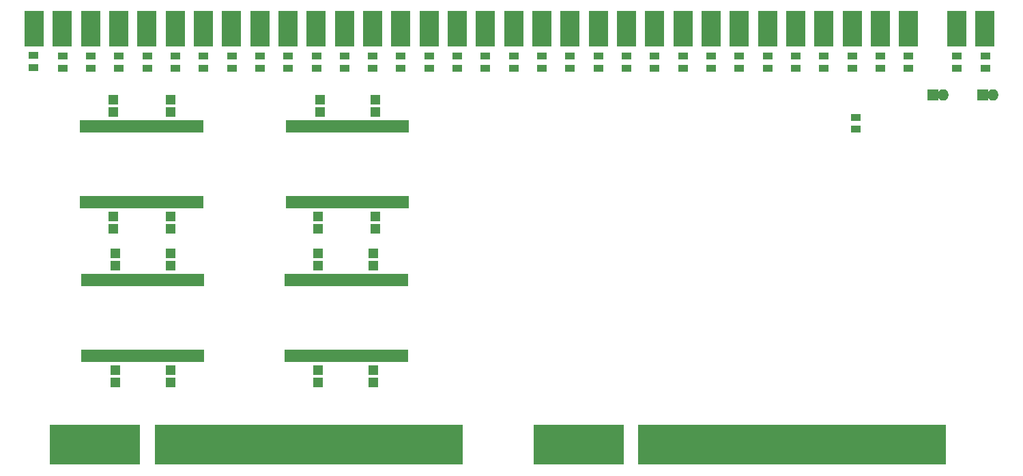
<source format=gts>
G04 #@! TF.GenerationSoftware,KiCad,Pcbnew,(2018-02-14 revision 6afdf1cf8)-makepkg*
G04 #@! TF.CreationDate,2018-05-17T19:59:26-07:00*
G04 #@! TF.ProjectId,register-card,72656769737465722D636172642E6B69,rev?*
G04 #@! TF.SameCoordinates,Original*
G04 #@! TF.FileFunction,Soldermask,Top*
G04 #@! TF.FilePolarity,Negative*
%FSLAX46Y46*%
G04 Gerber Fmt 4.6, Leading zero omitted, Abs format (unit mm)*
G04 Created by KiCad (PCBNEW (2018-02-14 revision 6afdf1cf8)-makepkg) date 05/17/18 19:59:26*
%MOMM*%
%LPD*%
G01*
G04 APERTURE LIST*
%ADD10R,1.300000X5.000000*%
%ADD11R,2.400000X4.400000*%
%ADD12R,1.300000X0.900000*%
%ADD13R,1.400000X1.400000*%
%ADD14O,1.400000X1.400000*%
%ADD15R,1.150000X1.200000*%
%ADD16R,0.800000X1.600000*%
G04 APERTURE END LIST*
D10*
X47548800Y-178638200D03*
X48548800Y-178638200D03*
X49548800Y-178638200D03*
X50548800Y-178638200D03*
X51548800Y-178638200D03*
X52548800Y-178638200D03*
X53548800Y-178638200D03*
X54548800Y-178638200D03*
X55548800Y-178638200D03*
X56548800Y-178638200D03*
X57548800Y-178638200D03*
X60548800Y-178638200D03*
X61548800Y-178638200D03*
X62548800Y-178638200D03*
X63548800Y-178638200D03*
X64548800Y-178638200D03*
X65548800Y-178638200D03*
X66548800Y-178638200D03*
X67548800Y-178638200D03*
X68548800Y-178638200D03*
X69548800Y-178638200D03*
X70548800Y-178638200D03*
X71548800Y-178638200D03*
X72548800Y-178638200D03*
X73548800Y-178638200D03*
X74548800Y-178638200D03*
X75548800Y-178638200D03*
X76548800Y-178638200D03*
X77548800Y-178638200D03*
X78548800Y-178638200D03*
X79548800Y-178638200D03*
X80548800Y-178638200D03*
X81548800Y-178638200D03*
X82548800Y-178638200D03*
X83548800Y-178638200D03*
X84548800Y-178638200D03*
X85548800Y-178638200D03*
X86548800Y-178638200D03*
X87548800Y-178638200D03*
X88548800Y-178638200D03*
X89548800Y-178638200D03*
X90548800Y-178638200D03*
X91548800Y-178638200D03*
X92548800Y-178638200D03*
X93548800Y-178638200D03*
X94548800Y-178638200D03*
X95548800Y-178638200D03*
X96548800Y-178638200D03*
X97548800Y-178638200D03*
X107548800Y-178638200D03*
X120548800Y-178638200D03*
X108548800Y-178638200D03*
X109548800Y-178638200D03*
X110548800Y-178638200D03*
X111548800Y-178638200D03*
X112548800Y-178638200D03*
X113548800Y-178638200D03*
X114548800Y-178638200D03*
X115548800Y-178638200D03*
X116548800Y-178638200D03*
X117548800Y-178638200D03*
X121548800Y-178638200D03*
X122548800Y-178638200D03*
X123548800Y-178638200D03*
X124548800Y-178638200D03*
X125548800Y-178638200D03*
X126548800Y-178638200D03*
X127548800Y-178638200D03*
X128548800Y-178638200D03*
X129548800Y-178638200D03*
X130548800Y-178638200D03*
X131548800Y-178638200D03*
X132548800Y-178638200D03*
X133548800Y-178638200D03*
X134548800Y-178638200D03*
X135548800Y-178638200D03*
X136548800Y-178638200D03*
X137548800Y-178638200D03*
X138548800Y-178638200D03*
X139548800Y-178638200D03*
X140548800Y-178638200D03*
X141548800Y-178638200D03*
X142548800Y-178638200D03*
X143548800Y-178638200D03*
X144548800Y-178638200D03*
X145548800Y-178638200D03*
X146548800Y-178638200D03*
X147548800Y-178638200D03*
X148548800Y-178638200D03*
X149548800Y-178638200D03*
X150548800Y-178638200D03*
X151548800Y-178638200D03*
X152548800Y-178638200D03*
X153548800Y-178638200D03*
X154548800Y-178638200D03*
X155548800Y-178638200D03*
X156548800Y-178638200D03*
X157548800Y-178638200D03*
D11*
X45000000Y-127105416D03*
X48500000Y-127105416D03*
X52000000Y-127105416D03*
X55500000Y-127105416D03*
X59000000Y-127105416D03*
X62500000Y-127105416D03*
X66000000Y-127105416D03*
X69500000Y-127105416D03*
X73000000Y-127105416D03*
X76500000Y-127105416D03*
X80000000Y-127105416D03*
X83500000Y-127105416D03*
X87000000Y-127105416D03*
X90500000Y-127105416D03*
X94000000Y-127105416D03*
X97500000Y-127105416D03*
X101000000Y-127105416D03*
X104500000Y-127105416D03*
X108000000Y-127105416D03*
X111500000Y-127105416D03*
X115000000Y-127105416D03*
X118500000Y-127105416D03*
X122000000Y-127105416D03*
X125500000Y-127105416D03*
X129000000Y-127105416D03*
X132500000Y-127105416D03*
X136000000Y-127105416D03*
X139500000Y-127105416D03*
X143000000Y-127105416D03*
X146500000Y-127105416D03*
X150000000Y-127105416D03*
X153500000Y-127105416D03*
D12*
X44958000Y-130394000D03*
X44958000Y-131894000D03*
X48525400Y-130484270D03*
X48525400Y-131984270D03*
X52025400Y-130484270D03*
X52025400Y-131984270D03*
X55525400Y-130484270D03*
X55525400Y-131984270D03*
X59025400Y-130484270D03*
X59025400Y-131984270D03*
X62525400Y-130484270D03*
X62525400Y-131984270D03*
X66025400Y-130484270D03*
X66025400Y-131984270D03*
X69525400Y-130484270D03*
X69525400Y-131984270D03*
X73025400Y-130484270D03*
X73025400Y-131984270D03*
X76525400Y-130484270D03*
X76525400Y-131984270D03*
X80025400Y-130484270D03*
X80025400Y-131984270D03*
X83525400Y-130484270D03*
X83525400Y-131984270D03*
X87000000Y-130490048D03*
X87000000Y-131990048D03*
X90500000Y-130490048D03*
X90500000Y-131990048D03*
X94000000Y-130490048D03*
X94000000Y-131990048D03*
X97500000Y-130490048D03*
X97500000Y-131990048D03*
X101000000Y-130490048D03*
X101000000Y-131990048D03*
X104500000Y-130490048D03*
X104500000Y-131990048D03*
X108000000Y-130490048D03*
X108000000Y-131990048D03*
X111500000Y-130490048D03*
X111500000Y-131990048D03*
X115000000Y-130490048D03*
X115000000Y-131990048D03*
X118500000Y-130490048D03*
X118500000Y-131990048D03*
X122000000Y-130490048D03*
X122000000Y-131990048D03*
X125500000Y-130490048D03*
X125500000Y-131990048D03*
X129000000Y-130490048D03*
X129000000Y-131990048D03*
X132500000Y-130490048D03*
X132500000Y-131990048D03*
X136000000Y-130490048D03*
X136000000Y-131990048D03*
X139500000Y-130490048D03*
X139500000Y-131990048D03*
X143000000Y-130490048D03*
X143000000Y-131990048D03*
X146500000Y-130490048D03*
X146500000Y-131990048D03*
X150000000Y-130490048D03*
X150000000Y-131990048D03*
X153500000Y-130490048D03*
X153500000Y-131990048D03*
X159500000Y-132000000D03*
X159500000Y-130500000D03*
X163000000Y-132000000D03*
X163000000Y-130500000D03*
D11*
X159512000Y-127101600D03*
X162991800Y-127101600D03*
D12*
X146950000Y-139575000D03*
X146950000Y-138075000D03*
D13*
X162725000Y-135300000D03*
D14*
X163995000Y-135300000D03*
D13*
X156550000Y-135300000D03*
D14*
X157820000Y-135300000D03*
D15*
X54864000Y-151868000D03*
X54864000Y-150368000D03*
X61976000Y-150368000D03*
X61976000Y-151868000D03*
X54864000Y-135914000D03*
X54864000Y-137414000D03*
X61976000Y-137414000D03*
X61976000Y-135914000D03*
X80264000Y-151868000D03*
X80264000Y-150368000D03*
X87376000Y-150368000D03*
X87376000Y-151868000D03*
X80518000Y-135914000D03*
X80518000Y-137414000D03*
X87376000Y-137414000D03*
X87376000Y-135914000D03*
X55118000Y-169418000D03*
X55118000Y-170918000D03*
X61976000Y-170918000D03*
X61976000Y-169418000D03*
X55118000Y-156464000D03*
X55118000Y-154964000D03*
X61976000Y-154964000D03*
X61976000Y-156464000D03*
X80264000Y-169418000D03*
X80264000Y-170918000D03*
X87122000Y-170918000D03*
X87122000Y-169418000D03*
X80264000Y-156464000D03*
X80264000Y-154964000D03*
X87122000Y-154964000D03*
X87122000Y-156464000D03*
D16*
X65659000Y-148590000D03*
X65024000Y-148590000D03*
X64389000Y-148590000D03*
X63754000Y-148590000D03*
X63119000Y-148590000D03*
X62484000Y-148590000D03*
X61849000Y-148590000D03*
X61214000Y-148590000D03*
X60579000Y-148590000D03*
X59944000Y-148590000D03*
X59309000Y-148590000D03*
X58674000Y-148590000D03*
X58039000Y-148590000D03*
X57404000Y-148590000D03*
X56769000Y-148590000D03*
X56134000Y-148590000D03*
X55499000Y-148590000D03*
X54864000Y-148590000D03*
X54229000Y-148590000D03*
X53594000Y-148590000D03*
X52959000Y-148590000D03*
X52324000Y-148590000D03*
X51689000Y-148590000D03*
X51054000Y-148590000D03*
X51054000Y-139190000D03*
X51689000Y-139190000D03*
X52324000Y-139190000D03*
X52959000Y-139190000D03*
X53594000Y-139190000D03*
X54229000Y-139190000D03*
X54864000Y-139190000D03*
X55499000Y-139190000D03*
X56134000Y-139190000D03*
X56769000Y-139190000D03*
X57404000Y-139190000D03*
X58039000Y-139190000D03*
X58674000Y-139190000D03*
X59309000Y-139190000D03*
X59944000Y-139190000D03*
X60579000Y-139190000D03*
X61214000Y-139190000D03*
X61849000Y-139190000D03*
X62484000Y-139190000D03*
X63119000Y-139190000D03*
X63754000Y-139190000D03*
X64389000Y-139190000D03*
X65024000Y-139190000D03*
X65659000Y-139190000D03*
X91186000Y-139192000D03*
X90551000Y-139192000D03*
X89916000Y-139192000D03*
X89281000Y-139192000D03*
X88646000Y-139192000D03*
X88011000Y-139192000D03*
X87376000Y-139192000D03*
X86741000Y-139192000D03*
X86106000Y-139192000D03*
X85471000Y-139192000D03*
X84836000Y-139192000D03*
X84201000Y-139192000D03*
X83566000Y-139192000D03*
X82931000Y-139192000D03*
X82296000Y-139192000D03*
X81661000Y-139192000D03*
X81026000Y-139192000D03*
X80391000Y-139192000D03*
X79756000Y-139192000D03*
X79121000Y-139192000D03*
X78486000Y-139192000D03*
X77851000Y-139192000D03*
X77216000Y-139192000D03*
X76581000Y-139192000D03*
X76581000Y-148592000D03*
X77216000Y-148592000D03*
X77851000Y-148592000D03*
X78486000Y-148592000D03*
X79121000Y-148592000D03*
X79756000Y-148592000D03*
X80391000Y-148592000D03*
X81026000Y-148592000D03*
X81661000Y-148592000D03*
X82296000Y-148592000D03*
X82931000Y-148592000D03*
X83566000Y-148592000D03*
X84201000Y-148592000D03*
X84836000Y-148592000D03*
X85471000Y-148592000D03*
X86106000Y-148592000D03*
X86741000Y-148592000D03*
X87376000Y-148592000D03*
X88011000Y-148592000D03*
X88646000Y-148592000D03*
X89281000Y-148592000D03*
X89916000Y-148592000D03*
X90551000Y-148592000D03*
X91186000Y-148592000D03*
X65786000Y-158240000D03*
X65151000Y-158240000D03*
X64516000Y-158240000D03*
X63881000Y-158240000D03*
X63246000Y-158240000D03*
X62611000Y-158240000D03*
X61976000Y-158240000D03*
X61341000Y-158240000D03*
X60706000Y-158240000D03*
X60071000Y-158240000D03*
X59436000Y-158240000D03*
X58801000Y-158240000D03*
X58166000Y-158240000D03*
X57531000Y-158240000D03*
X56896000Y-158240000D03*
X56261000Y-158240000D03*
X55626000Y-158240000D03*
X54991000Y-158240000D03*
X54356000Y-158240000D03*
X53721000Y-158240000D03*
X53086000Y-158240000D03*
X52451000Y-158240000D03*
X51816000Y-158240000D03*
X51181000Y-158240000D03*
X51181000Y-167640000D03*
X51816000Y-167640000D03*
X52451000Y-167640000D03*
X53086000Y-167640000D03*
X53721000Y-167640000D03*
X54356000Y-167640000D03*
X54991000Y-167640000D03*
X55626000Y-167640000D03*
X56261000Y-167640000D03*
X56896000Y-167640000D03*
X57531000Y-167640000D03*
X58166000Y-167640000D03*
X58801000Y-167640000D03*
X59436000Y-167640000D03*
X60071000Y-167640000D03*
X60706000Y-167640000D03*
X61341000Y-167640000D03*
X61976000Y-167640000D03*
X62611000Y-167640000D03*
X63246000Y-167640000D03*
X63881000Y-167640000D03*
X64516000Y-167640000D03*
X65151000Y-167640000D03*
X65786000Y-167640000D03*
X91059000Y-167642000D03*
X90424000Y-167642000D03*
X89789000Y-167642000D03*
X89154000Y-167642000D03*
X88519000Y-167642000D03*
X87884000Y-167642000D03*
X87249000Y-167642000D03*
X86614000Y-167642000D03*
X85979000Y-167642000D03*
X85344000Y-167642000D03*
X84709000Y-167642000D03*
X84074000Y-167642000D03*
X83439000Y-167642000D03*
X82804000Y-167642000D03*
X82169000Y-167642000D03*
X81534000Y-167642000D03*
X80899000Y-167642000D03*
X80264000Y-167642000D03*
X79629000Y-167642000D03*
X78994000Y-167642000D03*
X78359000Y-167642000D03*
X77724000Y-167642000D03*
X77089000Y-167642000D03*
X76454000Y-167642000D03*
X76454000Y-158242000D03*
X77089000Y-158242000D03*
X77724000Y-158242000D03*
X78359000Y-158242000D03*
X78994000Y-158242000D03*
X79629000Y-158242000D03*
X80264000Y-158242000D03*
X80899000Y-158242000D03*
X81534000Y-158242000D03*
X82169000Y-158242000D03*
X82804000Y-158242000D03*
X83439000Y-158242000D03*
X84074000Y-158242000D03*
X84709000Y-158242000D03*
X85344000Y-158242000D03*
X85979000Y-158242000D03*
X86614000Y-158242000D03*
X87249000Y-158242000D03*
X87884000Y-158242000D03*
X88519000Y-158242000D03*
X89154000Y-158242000D03*
X89789000Y-158242000D03*
X90424000Y-158242000D03*
X91059000Y-158242000D03*
M02*

</source>
